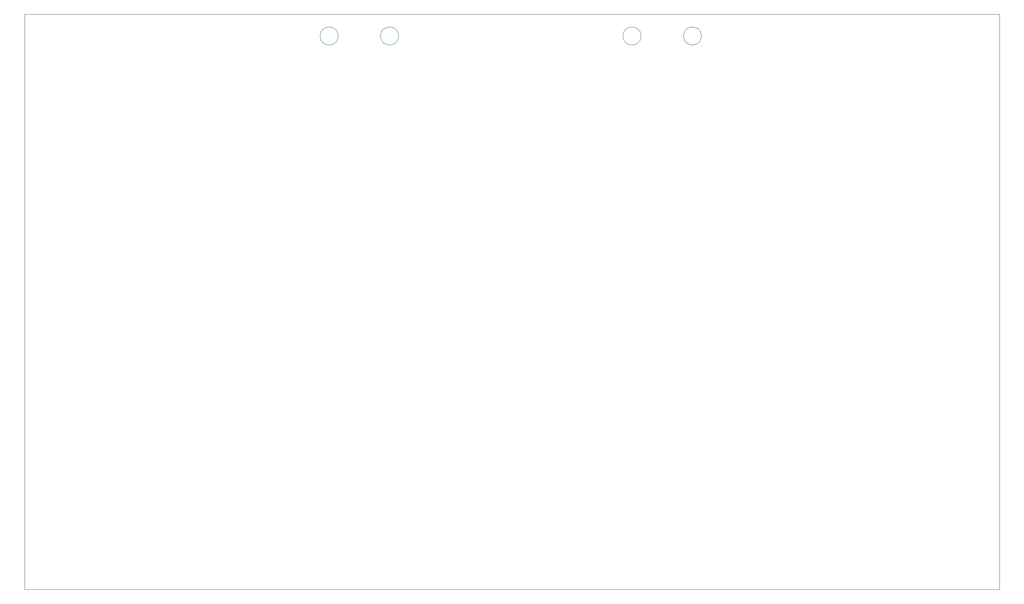
<source format=gbr>
G04 (created by PCBNEW (2013-07-07 BZR 4022)-stable) date 9/7/2014 7:28:34 AM*
%MOIN*%
G04 Gerber Fmt 3.4, Leading zero omitted, Abs format*
%FSLAX34Y34*%
G01*
G70*
G90*
G04 APERTURE LIST*
%ADD10C,0.00590551*%
%ADD11C,0.00393701*%
G04 APERTURE END LIST*
G54D10*
G54D11*
X99095Y-43996D02*
G75*
G03X99095Y-43996I-697J0D01*
G74*
G01*
X94425Y-43996D02*
G75*
G03X94425Y-43996I-701J0D01*
G74*
G01*
X75673Y-43996D02*
G75*
G03X75673Y-43996I-701J0D01*
G74*
G01*
X70999Y-43996D02*
G75*
G03X70999Y-43996I-699J0D01*
G74*
G01*
X46751Y-42322D02*
X46751Y-85629D01*
X122145Y-42322D02*
X122145Y-86811D01*
X122145Y-42322D02*
X46751Y-42322D01*
X46751Y-86811D02*
X122145Y-86811D01*
X46751Y-85629D02*
X46751Y-86811D01*
M02*

</source>
